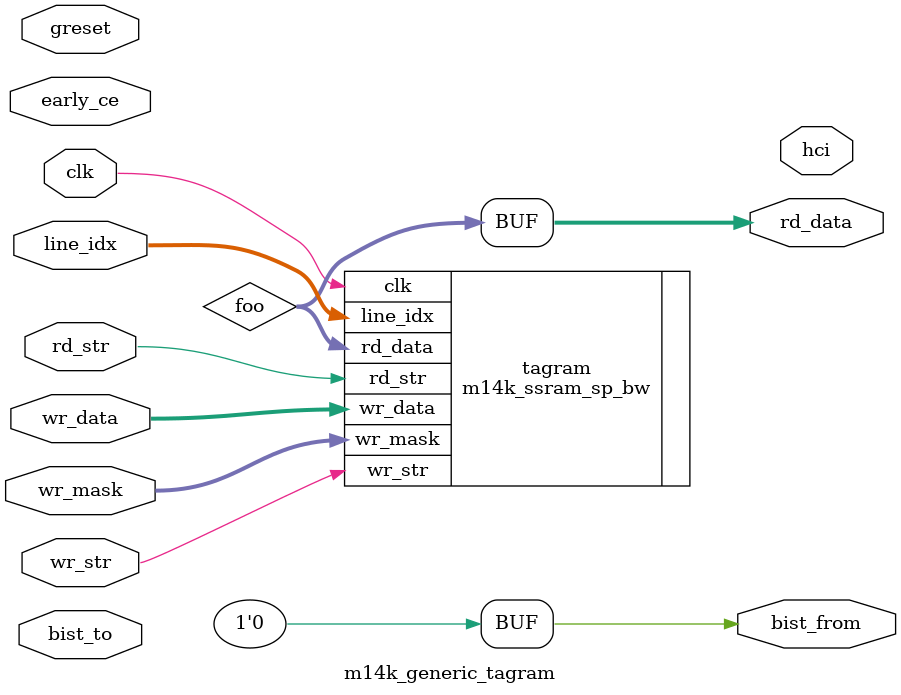
<source format=v>




// Comments for verilint...Some of this module is encapsulated in synopsys translate
//  directives, so need to disable verilint unused variable warnings
//verilint 175 off   // Unused parameter
//verilint 240 off   // Unused inputC
//verilint 241 off   // Output never gets set

module m14k_generic_tagram (clk, greset, line_idx, wr_mask, rd_str, wr_str, wr_data, bist_to, 
			early_ce, rd_data, bist_from, hci);
	// synopsys template

	// Parameters expected to be overriden per instance
	parameter	ASSOC = 2;		// Default to 2 Way Set Assoc
	parameter	WAYSIZE = 3;	// Default to 3KB Size per way
	parameter	BITS_PER_BYTE = 24;		// Minumum Write-selectable unit
	parameter	BIST_TO_WIDTH = 1;	// Bist input width
	parameter	BIST_FROM_WIDTH = 1;	// Bist output width

	// Cache specific calculated parameters
	parameter	TAG_SIZE = (3 * WAYSIZE * 1024 * ASSOC / 16);
	parameter	TAG_DEPTH = 6+((WAYSIZE==16) ? 4 :
					      (WAYSIZE==8) ? 3 :
					      (WAYSIZE==4) ? 2 : 
					      (WAYSIZE==2) ? 1 : 0 );

	// Cache specific parameters By definition
	parameter	BYTES = TAG_SIZE;		// Total bytes in Sram
	//parameter	BITS_PER_BYTE = 24;		// Minumum Write-selectable unit
	parameter	BYTES_PER_WORD = 1;		// Word size in write units
	parameter	WORDS_PER_LINE = ASSOC;	// Line is read unit
	parameter 	WORD_IDX_SIZE = 2;                  // Number of address bits to select word
	parameter	LINE_IDX_SIZE = TAG_DEPTH;	// Number of address bits needed

	// Computed parameters
	parameter	BITS_PER_WORD = BITS_PER_BYTE * BYTES_PER_WORD;
	parameter	WORD_WIDTH = BITS_PER_BYTE * BYTES_PER_WORD;
	parameter 	BYTES_PER_LINE = BYTES_PER_WORD * WORDS_PER_LINE;
	parameter	LINE_WIDTH = WORD_WIDTH * WORDS_PER_LINE;
	parameter	FULL_SIZE = 1'b1 << LINE_IDX_SIZE;

	/* Inputs */
	input 					clk;		// Clock
	input					greset;		// reset signal
	input [LINE_IDX_SIZE-1:0]		line_idx;	// Read/Write Array Index
	input [WORDS_PER_LINE-1:0]		wr_mask;	// Byte Write Mask
	input 					rd_str;		// Read Strobe
	input 					wr_str;	        // Write Strobe


	input [WORD_WIDTH-1:0] 			wr_data;	// Data for Write
	input [BIST_TO_WIDTH-1:0] 		bist_to;	// Bist input bus

	input					early_ce;
		

	/* Outputs */
	output [LINE_WIDTH-1:0] 		rd_data;	// Output from read
	output [BIST_FROM_WIDTH-1:0] 		bist_from;	// Bist output bus
        output                                  hci;            // Hardware cache init
   

	// workaround for verilint bug
	wire [LINE_WIDTH-1:0] 			foo;
	wire [LINE_WIDTH-1:0] 			rd_data = foo;

   // Drive bist output to static value...
   // It would really be connected if bist was present.
   wire [BIST_FROM_WIDTH-1:0] 			bist_from = {BIST_FROM_WIDTH{1'b0}};

   //
   //  Ram Arrays
   //  Here the cache implementor should instatiate his/her own srams and possibly ram bist logic
   //

	reg [LINE_WIDTH-1 : 0] array[LINE_IDX_SIZE-1:0];
	reg [LINE_WIDTH-1 : 0] line_data;
	reg [LINE_WIDTH-1 : 0] wr_bit_mask;
	reg [WORD_WIDTH-1:0] tag_data;
	integer i;
	integer j;
	
   m14k_ssram_sp_bw #(BYTES, BITS_PER_BYTE, BYTES_PER_WORD, WORDS_PER_LINE, LINE_IDX_SIZE) tagram 
     (
      .clk( clk ),
      .line_idx( line_idx ),
      .wr_mask( wr_mask ),
      .rd_str( rd_str ),
      .wr_str( wr_str ),
      .wr_data( wr_data ),
      .rd_data( foo )
      );

`ifdef MIPS_WRAPPER_TB
`else
//   `M14K_CACHE_INIT_MODULE cache_hci (.hci(hci), .greset(greset));
`endif
                                                                                                                                                        
 `ifdef MIPS_SIMULATION 
 //VCS coverage off 
//

    reg InitCaches;

    initial begin

       // Delay to allow s_cache_hci to resolve selection
      #1;
      if (hci == 1'b1) begin
        Init;
        $display ("%m: Magic Cache TAG RAM initialization @ %0t",$time);
      end
   end

    always @ (greset) begin
       // Delay to allow s_cache_hci to resolve selection
      #1;
      if (hci == 1'b1) begin
        Init;
        $display ("%m: Magic Cache TAG RAM initialization @ %0t on greset",$time);
      end
   end

   task Init;
      integer	i, j;

      begin
	 for(i = 0; i < (BYTES / BYTES_PER_WORD); i = i + 1) begin
	    for(j = 0; j < ASSOC; j = j + 1) begin
	       tagram.Write(i, j, {WORD_WIDTH{1'b0}});
	    end
	 end
      end
   endtask // Init

	task Read;
		input [LINE_IDX_SIZE-1:0] line_idx;
		output [LINE_WIDTH-1:0] rd_data;
		
		begin
		tagram.Read(line_idx, rd_data);
		end
	endtask // Read
	
	task Write;
		input [LINE_IDX_SIZE-1:0] line_idx;
		input [WORD_IDX_SIZE-1:0] WordIdx;
		input [WORD_WIDTH-1:0] wr_data;
		
		begin
		tagram.Write(line_idx, WordIdx, wr_data);
		end
	endtask // Read
 //VCS coverage on  
 `endif 
//

endmodule 


</source>
